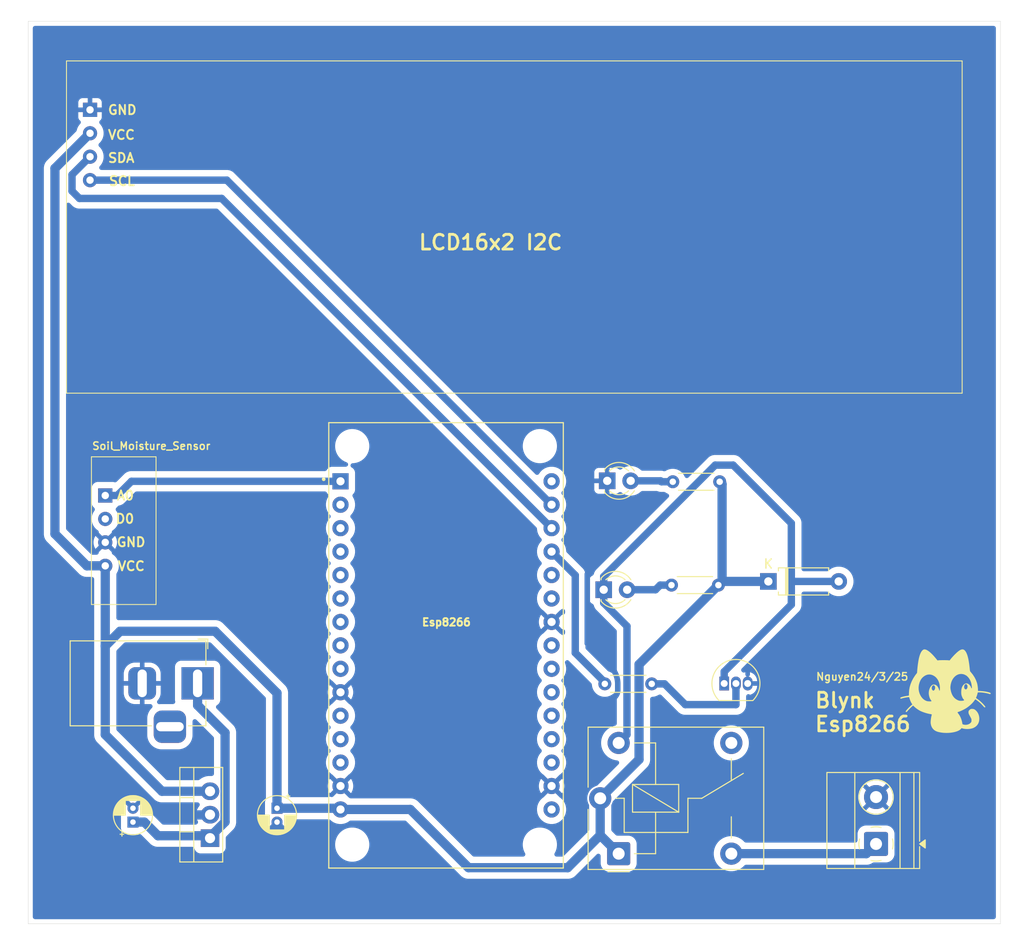
<source format=kicad_pcb>
(kicad_pcb (version 20241229) (generator "pcbnew") (generator_version "9.0")
  (layers (0 "F.Cu" signal) (2 "B.Cu" signal) (13 "F.Paste" user) (15 "B.Paste" user) (5 "F.SilkS" user "F.Silkscreen") (7 "B.SilkS" user "B.Silkscreen") (1 "F.Mask" user) (3 "B.Mask" user) (25 "Edge.Cuts" user))
  (net 0 "")
  (net 1 "Net-(U4-IN)")
  (net 2 "GND")
  (net 3 "+5V")
  (net 4 "Net-(J2-Pin_1)")
  (net 8 "Net-(U1-D2)")
  (net 12 "Net-(U1-A0)")
  (net 13 "Net-(U1-D1)")
  (net 26 "Net-(U1-D3)")
  (net 27 "Net-(D1-A)")
  (net 33 "Net-(POWER1-A)")
  (net 34 "Net-(Q1-B)")
  (net 35 "Net-(RELAYSTATUS1-A)")
  (footprint "TerminalBlock_Phoenix:TerminalBlock_Phoenix_MKDS-1,5-2-5.08_1x02_P5.08mm_Horizontal" (layer "F.Cu") (at 180.8725 141.045 90)
    (property "Reference" "J2" (hide yes))
    (property "Value" "PUMP")
    (pad "1" thru_hole roundrect (at 0 0 90) (size 2.6 2.6) (drill 1.3) (layers "*.Cu" "*.Mask") (roundrect_rratio 0.096154) (net 4 "Net-(J2-Pin_1)"))
    (pad "2" thru_hole circle (at 5.08 0 90) (size 2.6 2.6) (drill 1.3) (layers "*.Cu" "*.Mask") (net 2 "GND"))
  )
  (footprint "Capacitor_THT:CP_Radial_D4.0mm_P1.50mm" (layer "F.Cu") (at 100.4 138.6774 90)
    (property "Reference" "C1" (hide yes))
    (property "Value" "100n")
    (pad "1" thru_hole rect (at 0 0 90) (size 1.2 1.2) (drill 0.6) (layers "*.Cu" "*.Mask") (net 1 "Net-(U4-IN)"))
    (pad "2" thru_hole circle (at 1.5 0 90) (size 1.2 1.2) (drill 0.6) (layers "*.Cu" "*.Mask") (net 2 "GND"))
  )
  (footprint "Package_TO_SOT_THT:TO-220-3_Vertical" (layer "F.Cu") (at 108.745 140.4174 90)
    (property "Reference" "U4" (hide yes))
    (property "Value" "L7805")
    (pad "1" thru_hole rect (at 0 0 90) (size 1.905 2) (drill 1.1) (layers "*.Cu" "*.Mask") (net 1 "Net-(U4-IN)"))
    (pad "2" thru_hole oval (at 2.54 0 90) (size 1.905 2) (drill 1.1) (layers "*.Cu" "*.Mask") (net 2 "GND"))
    (pad "3" thru_hole oval (at 5.08 0 90) (size 1.905 2) (drill 1.1) (layers "*.Cu" "*.Mask") (net 3 "+5V"))
  )
  (footprint "Soil_Moisture_Sensor:Soil_Moisture_Sensor" (layer "F.Cu") (at 99.4 107.1 -90)
    (property "Reference" "U5" (hide yes))
    (property "Value" "Soil_Moisture_Sensor")
    (fp_text user "VCC" (at 4.43 0.74 0) (layer "F.SilkS") (effects (font (thickness 0.2) (bold yes)) (justify left bottom)))
    (fp_text user "A0" (at -3.22 0.86 0) (layer "F.SilkS") (effects (font (thickness 0.2) (bold yes)) (justify left bottom)))
    (fp_text user "D0" (at -0.7 0.98 0) (layer "F.SilkS") (effects (font (thickness 0.2) (bold yes)) (justify left bottom)))
    (fp_text user "GND" (at 1.83 0.86 0) (layer "F.SilkS") (effects (font (thickness 0.2) (bold yes)) (justify left bottom)))
    (pad "1" thru_hole rect (at -3.81 2 270) (size 1.54 1.54) (drill 0.8) (layers "*.Cu" "*.Mask") (net 12 "Net-(U1-A0)"))
    (pad "2" thru_hole circle (at -1.27 2 270) (size 1.54 1.54) (drill 0.8) (layers "*.Cu" "*.Mask"))
    (pad "3" thru_hole circle (at 1.27 2 270) (size 1.54 1.54) (drill 0.8) (layers "*.Cu" "*.Mask") (net 2 "GND"))
    (pad "4" thru_hole circle (at 3.81 2 270) (size 1.54 1.54) (drill 0.8) (layers "*.Cu" "*.Mask") (net 3 "+5V"))
  )
  (footprint "ZC563900:MODULE_ZC563900" (layer "F.Cu") (at 134.305 119.53)
    (property "Reference" "U1" (hide yes))
    (property "Value" "ZC563900")
    (pad "" np_thru_hole circle (at -10.16 -21.59) (size 3.2 3.2) (drill 3.2) (layers "*.Cu" "*.Mask"))
    (pad "" np_thru_hole circle (at -10.16 21.59) (size 3.2 3.2) (drill 3.2) (layers "*.Cu" "*.Mask"))
    (pad "" np_thru_hole circle (at 10.16 -21.59) (size 3.2 3.2) (drill 3.2) (layers "*.Cu" "*.Mask"))
    (pad "" np_thru_hole circle (at 10.16 21.59) (size 3.2 3.2) (drill 3.2) (layers "*.Cu" "*.Mask"))
    (pad "1" thru_hole rect (at -11.43 -17.78) (size 1.7526 1.7526) (drill 0.889) (layers "*.Cu" "*.Mask") (net 12 "Net-(U1-A0)"))
    (pad "2" thru_hole circle (at -11.43 -15.24) (size 1.7526 1.7526) (drill 0.889) (layers "*.Cu" "*.Mask"))
    (pad "3" thru_hole circle (at -11.43 -12.7) (size 1.7526 1.7526) (drill 0.889) (layers "*.Cu" "*.Mask"))
    (pad "4" thru_hole circle (at -11.43 -10.16) (size 1.7526 1.7526) (drill 0.889) (layers "*.Cu" "*.Mask"))
    (pad "5" thru_hole circle (at -11.43 -7.62) (size 1.7526 1.7526) (drill 0.889) (layers "*.Cu" "*.Mask"))
    (pad "6" thru_hole circle (at -11.43 -5.08) (size 1.7526 1.7526) (drill 0.889) (layers "*.Cu" "*.Mask"))
    (pad "7" thru_hole circle (at -11.43 -2.54) (size 1.7526 1.7526) (drill 0.889) (layers "*.Cu" "*.Mask"))
    (pad "8" thru_hole circle (at -11.43 0) (size 1.7526 1.7526) (drill 0.889) (layers "*.Cu" "*.Mask"))
    (pad "9" thru_hole circle (at -11.43 2.54) (size 1.7526 1.7526) (drill 0.889) (layers "*.Cu" "*.Mask"))
    (pad "10" thru_hole circle (at -11.43 5.08) (size 1.7526 1.7526) (drill 0.889) (layers "*.Cu" "*.Mask") (net 2 "GND"))
    (pad "11" thru_hole circle (at -11.43 7.62) (size 1.7526 1.7526) (drill 0.889) (layers "*.Cu" "*.Mask"))
    (pad "12" thru_hole circle (at -11.43 10.16) (size 1.7526 1.7526) (drill 0.889) (layers "*.Cu" "*.Mask"))
    (pad "13" thru_hole circle (at -11.43 12.7) (size 1.7526 1.7526) (drill 0.889) (layers "*.Cu" "*.Mask"))
    (pad "14" thru_hole circle (at -11.43 15.24) (size 1.7526 1.7526) (drill 0.889) (layers "*.Cu" "*.Mask") (net 2 "GND"))
    (pad "15" thru_hole circle (at -11.43 17.78) (size 1.7526 1.7526) (drill 0.889) (layers "*.Cu" "*.Mask") (net 3 "+5V"))
    (pad "16" thru_hole circle (at 11.43 17.78) (size 1.7526 1.7526) (drill 0.889) (layers "*.Cu" "*.Mask"))
    (pad "17" thru_hole circle (at 11.43 15.24) (size 1.7526 1.7526) (drill 0.889) (layers "*.Cu" "*.Mask") (net 2 "GND"))
    (pad "18" thru_hole circle (at 11.43 12.7) (size 1.7526 1.7526) (drill 0.889) (layers "*.Cu" "*.Mask"))
    (pad "19" thru_hole circle (at 11.43 10.16) (size 1.7526 1.7526) (drill 0.889) (layers "*.Cu" "*.Mask"))
    (pad "20" thru_hole circle (at 11.43 7.62) (size 1.7526 1.7526) (drill 0.889) (layers "*.Cu" "*.Mask"))
    (pad "21" thru_hole circle (at 11.43 5.08) (size 1.7526 1.7526) (drill 0.889) (layers "*.Cu" "*.Mask"))
    (pad "22" thru_hole circle (at 11.43 2.54) (size 1.7526 1.7526) (drill 0.889) (layers "*.Cu" "*.Mask"))
    (pad "23" thru_hole circle (at 11.43 0) (size 1.7526 1.7526) (drill 0.889) (layers "*.Cu" "*.Mask"))
    (pad "24" thru_hole circle (at 11.43 -2.54) (size 1.7526 1.7526) (drill 0.889) (layers "*.Cu" "*.Mask") (net 2 "GND"))
    (pad "25" thru_hole circle (at 11.43 -5.08) (size 1.7526 1.7526) (drill 0.889) (layers "*.Cu" "*.Mask"))
    (pad "26" thru_hole circle (at 11.43 -7.62) (size 1.7526 1.7526) (drill 0.889) (layers "*.Cu" "*.Mask"))
    (pad "27" thru_hole circle (at 11.43 -10.16) (size 1.7526 1.7526) (drill 0.889) (layers "*.Cu" "*.Mask") (net 26 "Net-(U1-D3)"))
    (pad "28" thru_hole circle (at 11.43 -12.7) (size 1.7526 1.7526) (drill 0.889) (layers "*.Cu" "*.Mask") (net 8 "Net-(U1-D2)"))
    (pad "29" thru_hole circle (at 11.43 -15.24) (size 1.7526 1.7526) (drill 0.889) (layers "*.Cu" "*.Mask") (net 13 "Net-(U1-D1)"))
    (pad "30" thru_hole circle (at 11.43 -17.78) (size 1.7526 1.7526) (drill 0.889) (layers "*.Cu" "*.Mask"))
  )
  (footprint "LOGO" (layer "F.Cu") (at 188.5 124.4)
    (property "Reference" "G***" (hide yes))
    (property "Value" "LOGO" (hide yes))
  )
  (footprint "Resistor_THT:R_Axial_DIN0204_L3.6mm_D1.6mm_P5.08mm_Horizontal" (layer "F.Cu") (at 163.94 101.8 180)
    (property "Reference" "R1" (hide yes))
    (property "Value" "1K")
    (pad "1" thru_hole circle (at 0 0 180) (size 1.4 1.4) (drill 0.7) (layers "*.Cu" "*.Mask") (net 3 "+5V"))
    (pad "2" thru_hole oval (at 5.08 0 180) (size 1.4 1.4) (drill 0.7) (layers "*.Cu" "*.Mask") (net 33 "Net-(POWER1-A)"))
  )
  (footprint "LCD16x2_I2C:LCD16x2_I2C" (layer "F.Cu") (at 141.2 73.2)
    (property "Reference" "U2" (hide yes))
    (property "Value" "LCD16x2_I2C")
    (fp_text user "GND" (at -43.61 -11.1 0) (layer "F.SilkS") (effects (font (thickness 0.2) (bold yes)) (justify left bottom)))
    (fp_text user "VCC" (at -43.61 -8.4 0) (layer "F.SilkS") (effects (font (thickness 0.2) (bold yes)) (justify left bottom)))
    (fp_text user "SCL" (at -43.51 -3.4 0) (layer "F.SilkS") (effects (font (thickness 0.2) (bold yes)) (justify left bottom)))
    (fp_text user "SDA" (at -43.61 -5.9 0) (layer "F.SilkS") (effects (font (thickness 0.2) (bold yes)) (justify left bottom)))
    (pad "1" thru_hole rect (at -45.45 -11.7) (size 1.54 1.54) (drill 0.8) (layers "*.Cu" "*.Mask") (net 2 "GND"))
    (pad "2" thru_hole circle (at -45.45 -9.16) (size 1.54 1.54) (drill 0.8) (layers "*.Cu" "*.Mask") (net 3 "+5V"))
    (pad "3" thru_hole circle (at -45.45 -6.62) (size 1.54 1.54) (drill 0.8) (layers "*.Cu" "*.Mask") (net 8 "Net-(U1-D2)"))
    (pad "4" thru_hole circle (at -45.45 -4.08) (size 1.54 1.54) (drill 0.8) (layers "*.Cu" "*.Mask") (net 13 "Net-(U1-D1)"))
  )
  (footprint "Resistor_THT:R_Axial_DIN0204_L3.6mm_D1.6mm_P5.08mm_Horizontal" (layer "F.Cu") (at 151.5 123.7)
    (property "Reference" "R3" (hide yes))
    (property "Value" "1K")
    (pad "1" thru_hole circle (at 0 0) (size 1.4 1.4) (drill 0.7) (layers "*.Cu" "*.Mask") (net 26 "Net-(U1-D3)"))
    (pad "2" thru_hole oval (at 5.08 0) (size 1.4 1.4) (drill 0.7) (layers "*.Cu" "*.Mask") (net 34 "Net-(Q1-B)"))
  )
  (footprint "Resistor_THT:R_Axial_DIN0204_L3.6mm_D1.6mm_P5.08mm_Horizontal" (layer "F.Cu") (at 163.8 113 180)
    (property "Reference" "R2" (hide yes))
    (property "Value" "1K")
    (pad "1" thru_hole circle (at 0 0 180) (size 1.4 1.4) (drill 0.7) (layers "*.Cu" "*.Mask") (net 3 "+5V"))
    (pad "2" thru_hole oval (at 5.08 0 180) (size 1.4 1.4) (drill 0.7) (layers "*.Cu" "*.Mask") (net 35 "Net-(RELAYSTATUS1-A)"))
  )
  (footprint "Capacitor_THT:CP_Radial_D4.0mm_P1.50mm" (layer "F.Cu") (at 116 137.1774 -90)
    (property "Reference" "C2" (hide yes))
    (property "Value" "100n")
    (pad "1" thru_hole rect (at 0 0 270) (size 1.2 1.2) (drill 0.6) (layers "*.Cu" "*.Mask") (net 3 "+5V"))
    (pad "2" thru_hole circle (at 1.5 0 270) (size 1.2 1.2) (drill 0.6) (layers "*.Cu" "*.Mask") (net 2 "GND"))
  )
  (footprint "LED_THT:LED_D3.0mm" (layer "F.Cu") (at 151.38 113.5)
    (property "Reference" "RELAYSTATUS1" (hide yes))
    (property "Value" "LED")
    (pad "1" thru_hole rect (at 0 0) (size 1.8 1.8) (drill 0.9) (layers "*.Cu" "*.Mask") (net 27 "Net-(D1-A)"))
    (pad "2" thru_hole circle (at 2.54 0) (size 1.8 1.8) (drill 0.9) (layers "*.Cu" "*.Mask") (net 35 "Net-(RELAYSTATUS1-A)"))
  )
  (footprint "Relay_THT:Relay_SPDT_Finder_36.11" (layer "F.Cu") (at 153 142.1 90)
    (property "Reference" "K2" (hide yes))
    (property "Value" "FINDER-36.11")
    (pad "11" thru_hole circle (at 6 -2 90) (size 2.4 2.4) (drill 1.3) (layers "*.Cu" "*.Mask") (net 3 "+5V") (clearance 0.2))
    (pad "12" thru_hole circle (at 12 12.2 90) (size 2.4 2.4) (drill 1.3) (layers "*.Cu" "*.Mask"))
    (pad "14" thru_hole circle (at 0 12.2 90) (size 2.4 2.4) (drill 1.3) (layers "*.Cu" "*.Mask") (net 4 "Net-(J2-Pin_1)"))
    (pad "A1" thru_hole roundrect (at 0 0 90) (size 2.5 2.5) (drill 1.3) (layers "*.Cu" "*.Mask") (roundrect_rratio 0.1) (net 3 "+5V"))
    (pad "A2" thru_hole circle (at 12 0 90) (size 2.4 2.4) (drill 1.3) (layers "*.Cu" "*.Mask") (net 27 "Net-(D1-A)"))
  )
  (footprint "Diode_THT:D_A-405_P7.62mm_Horizontal" (layer "F.Cu") (at 169.21 112.6)
    (property "Reference" "D1" (hide yes))
    (property "Value" "D")
    (fp_text user "K" (at 0 -1.9 0) (layer "F.SilkS"))
    (pad "1" thru_hole rect (at 0 0) (size 1.8 1.8) (drill 0.9) (layers "*.Cu" "*.Mask") (net 3 "+5V"))
    (pad "2" thru_hole oval (at 7.62 0) (size 1.8 1.8) (drill 0.9) (layers "*.Cu" "*.Mask") (net 27 "Net-(D1-A)"))
  )
  (footprint "Connector_BarrelJack:BarrelJack_Horizontal" (layer "F.Cu") (at 107.4 123.6425)
    (property "Reference" "J1" (hide yes))
    (property "Value" "Barrel_Jack")
    (pad "1" thru_hole rect (at 0 0) (size 3.5 3.5) (drill oval 1 3) (layers "*.Cu" "*.Mask") (net 1 "Net-(U4-IN)"))
    (pad "2" thru_hole roundrect (at -6 0) (size 3 3.5) (drill oval 1 3) (layers "*.Cu" "*.Mask") (net 2 "GND"))
    (pad "3" thru_hole roundrect (at -3 4.7) (size 3.5 3.5) (drill oval 3 1) (layers "*.Cu" "*.Mask"))
  )
  (footprint "LED_THT:LED_D3.0mm" (layer "F.Cu") (at 151.76 101.7)
    (property "Reference" "POWER1" (hide yes))
    (property "Value" "LED")
    (pad "1" thru_hole rect (at 0 0) (size 1.8 1.8) (drill 0.9) (layers "*.Cu" "*.Mask") (net 2 "GND"))
    (pad "2" thru_hole circle (at 2.54 0) (size 1.8 1.8) (drill 0.9) (layers "*.Cu" "*.Mask") (net 33 "Net-(POWER1-A)"))
  )
  (footprint "Package_TO_SOT_THT:TO-92_Inline" (layer "F.Cu") (at 164.43 123.66)
    (property "Reference" "Q1" (hide yes))
    (property "Value" "NPN")
    (pad "1" thru_hole rect (at 0 0) (size 1.05 1.5) (drill 0.75) (layers "*.Cu" "*.Mask") (net 27 "Net-(D1-A)"))
    (pad "2" thru_hole oval (at 1.27 0) (size 1.05 1.5) (drill 0.75) (layers "*.Cu" "*.Mask") (net 34 "Net-(Q1-B)"))
    (pad "3" thru_hole oval (at 2.54 0) (size 1.05 1.5) (drill 0.75) (layers "*.Cu" "*.Mask") (net 2 "GND"))
  )
  (gr_rect (start 89.05 51.9) (end 194.35 149.7) (stroke (width 0.0381)) (fill no) (layer "Edge.Cuts"))
  (gr_text "Blynk\nEsp8266" (at 174.1 129 0) (layer "F.SilkS") (effects (font (size 1.6 1.6) (thickness 0.3) (bold yes)) (justify left bottom)))
  (gr_text "Esp8266" (at 131.6 117.5 0) (layer "F.SilkS") (effects (font (size 0.8128 0.8128) (thickness 0.2) (bold yes)) (justify left bottom)))
  (gr_text "Soil_Moisture_Sensor" (at 95.9 98.4 0) (layer "F.SilkS") (effects (font (size 0.8128 0.8128) (thickness 0.1524) (bold yes)) (justify left bottom)))
  (gr_text "Nguyen24/3/25" (at 174.3 123.4 0) (layer "F.SilkS") (effects (font (size 0.8128 0.8128) (thickness 0.1524) (bold yes)) (justify left bottom)))
  (gr_text "LCD16x2 I2C" (at 131.2 76.8 0) (layer "F.SilkS") (effects (font (size 1.6 1.6) (thickness 0.3) (bold yes)) (justify left bottom)))
  (segment (start 103.1081 140.1568) (end 101.6287 138.6774) (width 1) (layer "B.Cu") (net 1))
  (segment (start 107.4 126.0212) (end 110.3755 128.9967) (width 1) (layer "B.Cu") (net 1))
  (segment (start 110.3755 138.6566) (end 108.8753 140.1568) (width 1) (layer "B.Cu") (net 1))
  (segment (start 100.4 138.6774) (end 101.6287 138.6774) (width 1) (layer "B.Cu") (net 1))
  (segment (start 110.3755 128.9967) (end 110.3755 138.6566) (width 1) (layer "B.Cu") (net 1))
  (segment (start 108.8753 140.1568) (end 108.745 140.1568) (width 1) (layer "B.Cu") (net 1))
  (segment (start 108.745 140.1568) (end 103.1081 140.1568) (width 1) (layer "B.Cu") (net 1))
  (segment (start 107.4 123.6425) (end 107.4 126.0212) (width 1) (layer "B.Cu") (net 1))
  (segment (start 108.745 140.1568) (end 108.745 140.4174) (width 1) (layer "B.Cu") (net 1))
  (segment (start 152.122182 121.822182) (end 149.6 119.3) (width 0.6) (layer "B.Cu") (net 2))
  (segment (start 116 139.8) (end 116.4 139.8) (width 1) (layer "B.Cu") (net 2))
  (segment (start 152.6 125.1) (end 152.3 125.4) (width 0.6) (layer "B.Cu") (net 2))
  (segment (start 115.7 139.5) (end 116 139.8) (width 1) (layer "B.Cu") (net 2))
  (segment (start 107 137.9) (end 108.7224 137.9) (width 1) (layer "B.Cu") (net 2))
  (segment (start 149.6 111.8) (end 149.6 119.3) (width 0.6) (layer "B.Cu") (net 2))
  (segment (start 116 138.6774) (end 116 139.2) (width 1) (layer "B.Cu") (net 2))
  (segment (start 152.9 123.7) (end 152.9 124.375735) (width 0.6) (layer "B.Cu") (net 2))
  (segment (start 107.0226 137.8774) (end 107 137.9) (width 1) (layer "B.Cu") (net 2))
  (segment (start 108.7224 137.9) (end 108.745 137.8774) (width 1) (layer "B.Cu") (net 2))
  (segment (start 116 139.2) (end 115.7 139.5) (width 1) (layer "B.Cu") (net 2))
  (arc (start 152.9 124.375735) (mid 152.822032 124.767704) (end 152.6 125.1) (width 0.6) (layer "B.Cu") (net 2))
  (arc (start 152.122182 121.822182) (mid 152.697851 122.683732) (end 152.9 123.7) (width 0.6) (layer "B.Cu") (net 2))
  (segment (start 91.95 67.84) (end 91.95 107.45) (width 1) (layer "B.Cu") (net 3))
  (segment (start 136.7437 143.6196) (end 130.4341 137.31) (width 1) (layer "B.Cu") (net 3))
  (segment (start 130.4341 137.31) (end 122.875 137.31) (width 1) (layer "B.Cu") (net 3))
  (segment (start 155.2068 131.8932) (end 155.2068 121.5932) (width 1) (layer "B.Cu") (net 3))
  (segment (start 164.2 112.6) (end 164.2 102.06) (width 1) (layer "B.Cu") (net 3))
  (segment (start 151 140.1) (end 147.4804 143.6196) (width 1) (layer "B.Cu") (net 3))
  (segment (start 116 124.7) (end 109.3 118) (width 1) (layer "B.Cu") (net 3))
  (segment (start 151 140.1) (end 151 136.1) (width 1) (layer "B.Cu") (net 3))
  (segment (start 169.21 112.6) (end 164.2 112.6) (width 1) (layer "B.Cu") (net 3))
  (segment (start 108.745 135.3374) (end 103.5374 135.3374) (width 1) (layer "B.Cu") (net 3))
  (segment (start 151 136.1) (end 155.2068 131.8932) (width 1) (layer "B.Cu") (net 3))
  (segment (start 155.2068 121.5932) (end 163.8 113) (width 1) (layer "B.Cu") (net 3))
  (segment (start 95.75 64.04) (end 91.95 67.84) (width 1) (layer "B.Cu") (net 3))
  (segment (start 164.2 112.6) (end 163.8 113) (width 1) (layer "B.Cu") (net 3))
  (segment (start 103.5374 135.3374) (end 97.4 129.2) (width 1) (layer "B.Cu") (net 3))
  (segment (start 95.41 110.91) (end 97.4 110.91) (width 1) (layer "B.Cu") (net 3))
  (segment (start 99 118) (end 97.4 119.6) (width 1) (layer "B.Cu") (net 3))
  (segment (start 122.7424 137.1774) (end 116 137.1774) (width 1) (layer "B.Cu") (net 3))
  (segment (start 153 142.1) (end 151 140.1) (width 1) (layer "B.Cu") (net 3))
  (segment (start 116 137.1774) (end 116 124.7) (width 1) (layer "B.Cu") (net 3))
  (segment (start 97.4 129.2) (end 97.4 119.6) (width 1) (layer "B.Cu") (net 3))
  (segment (start 122.875 137.31) (end 122.7424 137.1774) (width 1) (layer "B.Cu") (net 3))
  (segment (start 109.3 118) (end 99 118) (width 1) (layer "B.Cu") (net 3))
  (segment (start 97.4 110.91) (end 97.4 119.6) (width 1) (layer "B.Cu") (net 3))
  (segment (start 147.4804 143.6196) (end 136.7437 143.6196) (width 1) (layer "B.Cu") (net 3))
  (segment (start 164.2 102.06) (end 163.94 101.8) (width 1) (layer "B.Cu") (net 3))
  (segment (start 91.95 107.45) (end 95.41 110.91) (width 1) (layer "B.Cu") (net 3))
  (segment (start 165.2 142.1) (end 179.8175 142.1) (width 1) (layer "B.Cu") (net 4))
  (segment (start 179.8175 142.1) (end 180.8725 141.045) (width 1) (layer "B.Cu") (net 4))
  (segment (start 93.8 70.3) (end 94.6 71.1) (width 0.8) (layer "B.Cu") (net 8))
  (segment (start 94.6 71.1) (end 110.005 71.1) (width 0.8) (layer "B.Cu") (net 8))
  (segment (start 110.005 71.1) (end 145.735 106.83) (width 0.8) (layer "B.Cu") (net 8))
  (segment (start 95.75 66.58) (end 93.8 68.53) (width 0.8) (layer "B.Cu") (net 8))
  (segment (start 93.8 68.53) (end 93.8 70.3) (width 0.8) (layer "B.Cu") (net 8))
  (segment (start 97.4 103.29) (end 98.6987 103.29) (width 0.8) (layer "B.Cu") (net 12))
  (segment (start 100.2387 101.75) (end 98.6987 103.29) (width 0.8) (layer "B.Cu") (net 12))
  (segment (start 122.875 101.75) (end 100.2387 101.75) (width 0.8) (layer "B.Cu") (net 12))
  (segment (start 110.565 69.12) (end 145.735 104.29) (width 0.8) (layer "B.Cu") (net 13))
  (segment (start 95.75 69.12) (end 110.565 69.12) (width 0.8) (layer "B.Cu") (net 13))
  (segment (start 148.3 120.34) (end 148.3 111.935) (width 0.8) (layer "B.Cu") (net 26))
  (segment (start 148.3 111.935) (end 145.735 109.37) (width 0.8) (layer "B.Cu") (net 26))
  (segment (start 151.66 123.7) (end 148.3 120.34) (width 0.8) (layer "B.Cu") (net 26))
  (segment (start 153.9 117.4487) (end 153.9 129.2) (width 0.8) (layer "B.Cu") (net 27))
  (segment (start 171.7 112.2) (end 171.7 112.6) (width 0.8) (layer "B.Cu") (net 27))
  (segment (start 151.38 113.5) (end 151.38 114.9287) (width 0.8) (layer "B.Cu") (net 27))
  (segment (start 163.4513 100) (end 165.4 100) (width 0.8) (layer "B.Cu") (net 27))
  (segment (start 165.4 100) (end 171.7 106.3) (width 0.8) (layer "B.Cu") (net 27))
  (segment (start 151.38 113.5) (end 151.38 112.0713) (width 0.8) (layer "B.Cu") (net 27))
  (segment (start 153.9 129.2) (end 153 130.1) (width 0.8) (layer "B.Cu") (net 27))
  (segment (start 171.7 115.1113) (end 164.43 122.3813) (width 0.8) (layer "B.Cu") (net 27))
  (segment (start 164.43 122.3813) (end 164.43 123.66) (width 0.8) (layer "B.Cu") (net 27))
  (segment (start 151.38 112.0713) (end 163.4513 100) (width 0.8) (layer "B.Cu") (net 27))
  (segment (start 171.7 106.3) (end 171.7 112.2) (width 0.8) (layer "B.Cu") (net 27))
  (segment (start 172.1 112.6) (end 171.7 112.2) (width 0.15) (layer "B.Cu") (net 27))
  (segment (start 171.7 112.6) (end 171.7 115.1113) (width 0.8) (layer "B.Cu") (net 27))
  (segment (start 176.83 112.6) (end 171.7 112.6) (width 0.8) (layer "B.Cu") (net 27))
  (segment (start 151.38 114.9287) (end 153.9 117.4487) (width 0.8) (layer "B.Cu") (net 27))
  (segment (start 157.5313 101.7) (end 157.6313 101.8) (width 0.8) (layer "B.Cu") (net 33))
  (segment (start 158.86 101.8) (end 157.6313 101.8) (width 0.8) (layer "B.Cu") (net 33))
  (segment (start 154.3 101.7) (end 157.5313 101.7) (width 0.8) (layer "B.Cu") (net 33))
  (segment (start 157.9687 123.7) (end 156.74 123.7) (width 0.8) (layer "B.Cu") (net 34))
  (segment (start 165.7 125.95) (end 160.2187 125.95) (width 0.8) (layer "B.Cu") (net 34))
  (segment (start 160.2187 125.95) (end 157.9687 123.7) (width 0.8) (layer "B.Cu") (net 34))
  (segment (start 165.7 123.66) (end 165.7 125.95) (width 0.8) (layer "B.Cu") (net 34))
  (segment (start 158.72 113) (end 157.4913 113) (width 0.8) (layer "B.Cu") (net 35))
  (segment (start 153.92 113.5) (end 156.9913 113.5) (width 0.8) (layer "B.Cu") (net 35))
  (segment (start 156.9913 113.5) (end 157.4913 113) (width 0.8) (layer "B.Cu") (net 35))
  (zone (net 2) (net_name "GND") (layer "B.Cu") (connect_pads (clearance 0.7)) (min_thickness 0.5) (fill yes (thermal_gap 0.5) (thermal_bridge_width 0.5))
    (polygon (pts (xy 86 151.6) (xy 196.9 151.4) (xy 196.9 49.8) (xy 86 49.6)))
  )
)
</source>
